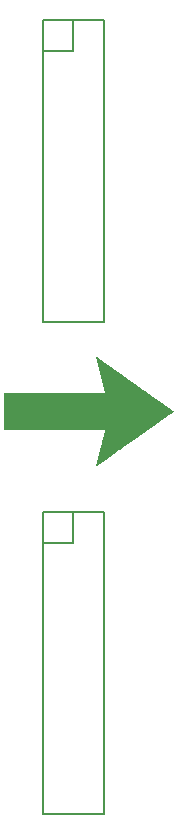
<source format=gbr>
G04 #@! TF.FileFunction,Legend,Bot*
%FSLAX46Y46*%
G04 Gerber Fmt 4.6, Leading zero omitted, Abs format (unit mm)*
G04 Created by KiCad (PCBNEW 4.0.7) date 04/11/18 13:12:21*
%MOMM*%
%LPD*%
G01*
G04 APERTURE LIST*
%ADD10C,0.100000*%
%ADD11C,0.200000*%
%ADD12C,0.010000*%
G04 APERTURE END LIST*
D10*
D11*
X107950000Y-71120000D02*
X107950000Y-68516500D01*
X105346500Y-71120000D02*
X107950000Y-71120000D01*
X110553500Y-68516500D02*
X110553500Y-94043500D01*
X105346500Y-68516500D02*
X110553500Y-68516500D01*
X105346500Y-94043500D02*
X105346500Y-68516500D01*
X110553500Y-94043500D02*
X105346500Y-94043500D01*
X107950000Y-112776000D02*
X107950000Y-110172500D01*
X105346500Y-112776000D02*
X107950000Y-112776000D01*
X105346500Y-135699500D02*
X105346500Y-110172500D01*
X110553500Y-135699500D02*
X105346500Y-135699500D01*
X110553500Y-110172500D02*
X110553500Y-135699500D01*
X105346500Y-110172500D02*
X110553500Y-110172500D01*
D12*
G36*
X109875556Y-106174602D02*
X109881600Y-106170418D01*
X109891387Y-106163584D01*
X109904715Y-106154240D01*
X109921381Y-106142530D01*
X109941184Y-106128596D01*
X109963922Y-106112580D01*
X109989394Y-106094624D01*
X110017397Y-106074871D01*
X110047730Y-106053463D01*
X110080191Y-106030542D01*
X110114578Y-106006250D01*
X110150690Y-105980731D01*
X110188324Y-105954125D01*
X110227279Y-105926576D01*
X110267354Y-105898226D01*
X110267750Y-105897946D01*
X110298428Y-105876239D01*
X110333024Y-105851761D01*
X110371310Y-105824673D01*
X110413057Y-105795137D01*
X110458036Y-105763314D01*
X110506017Y-105729368D01*
X110556773Y-105693459D01*
X110610075Y-105655750D01*
X110665692Y-105616402D01*
X110723398Y-105575578D01*
X110782962Y-105533439D01*
X110844156Y-105490147D01*
X110906751Y-105445864D01*
X110970519Y-105400752D01*
X111035229Y-105354974D01*
X111100655Y-105308689D01*
X111166566Y-105262062D01*
X111232734Y-105215253D01*
X111298930Y-105168425D01*
X111364925Y-105121739D01*
X111430490Y-105075357D01*
X111495397Y-105029442D01*
X111539020Y-104998583D01*
X111652812Y-104918087D01*
X111762555Y-104840455D01*
X111868345Y-104765618D01*
X111970282Y-104693509D01*
X112068461Y-104624057D01*
X112162981Y-104557193D01*
X112253940Y-104492849D01*
X112341434Y-104430956D01*
X112425562Y-104371444D01*
X112506421Y-104314244D01*
X112584109Y-104259288D01*
X112658723Y-104206506D01*
X112730360Y-104155829D01*
X112799120Y-104107189D01*
X112865098Y-104060515D01*
X112928393Y-104015740D01*
X112989103Y-103972794D01*
X113047324Y-103931608D01*
X113103154Y-103892114D01*
X113156692Y-103854241D01*
X113208034Y-103817921D01*
X113257279Y-103783085D01*
X113304523Y-103749664D01*
X113349865Y-103717589D01*
X113393402Y-103686791D01*
X113435231Y-103657201D01*
X113475451Y-103628749D01*
X113514158Y-103601367D01*
X113551451Y-103574986D01*
X113587427Y-103549536D01*
X113622183Y-103524949D01*
X113655817Y-103501155D01*
X113688428Y-103478086D01*
X113720111Y-103455673D01*
X113750966Y-103433846D01*
X113781089Y-103412536D01*
X113810578Y-103391675D01*
X113839531Y-103371193D01*
X113868045Y-103351021D01*
X113896218Y-103331091D01*
X113924148Y-103311332D01*
X113951931Y-103291677D01*
X113979667Y-103272056D01*
X114007451Y-103252401D01*
X114035383Y-103232641D01*
X114063559Y-103212708D01*
X114092077Y-103192534D01*
X114117120Y-103174817D01*
X114163603Y-103141933D01*
X114210190Y-103108976D01*
X114256616Y-103076134D01*
X114302616Y-103043593D01*
X114347924Y-103011542D01*
X114392277Y-102980167D01*
X114435408Y-102949656D01*
X114477054Y-102920197D01*
X114516949Y-102891976D01*
X114554828Y-102865182D01*
X114590427Y-102840001D01*
X114623481Y-102816621D01*
X114653724Y-102795229D01*
X114680892Y-102776013D01*
X114704720Y-102759160D01*
X114724942Y-102744857D01*
X114741296Y-102733292D01*
X114741960Y-102732823D01*
X114759123Y-102720685D01*
X114780137Y-102705822D01*
X114804707Y-102688444D01*
X114832538Y-102668758D01*
X114863334Y-102646975D01*
X114896798Y-102623303D01*
X114932636Y-102597952D01*
X114970553Y-102571130D01*
X115010251Y-102543047D01*
X115051437Y-102513911D01*
X115093814Y-102483932D01*
X115137087Y-102453319D01*
X115180960Y-102422281D01*
X115225138Y-102391027D01*
X115269324Y-102359766D01*
X115309650Y-102331236D01*
X115356686Y-102297959D01*
X115405783Y-102263224D01*
X115456503Y-102227342D01*
X115508408Y-102190621D01*
X115561060Y-102153373D01*
X115614021Y-102115907D01*
X115666853Y-102078534D01*
X115719117Y-102041562D01*
X115770375Y-102005301D01*
X115820190Y-101970063D01*
X115868123Y-101936157D01*
X115913736Y-101903892D01*
X115956591Y-101873578D01*
X115996250Y-101845526D01*
X116032275Y-101820045D01*
X116038020Y-101815982D01*
X116073318Y-101790996D01*
X116107441Y-101766800D01*
X116140164Y-101743557D01*
X116171260Y-101721430D01*
X116200501Y-101700582D01*
X116227660Y-101681176D01*
X116252512Y-101663373D01*
X116274830Y-101647337D01*
X116294386Y-101633231D01*
X116310954Y-101621217D01*
X116324308Y-101611457D01*
X116334220Y-101604115D01*
X116340464Y-101599353D01*
X116342813Y-101597334D01*
X116342820Y-101597281D01*
X116340596Y-101595673D01*
X116334408Y-101591262D01*
X116324439Y-101584178D01*
X116310873Y-101574552D01*
X116293894Y-101562514D01*
X116273686Y-101548194D01*
X116250432Y-101531722D01*
X116224316Y-101513228D01*
X116195523Y-101492842D01*
X116164234Y-101470694D01*
X116130635Y-101446914D01*
X116094909Y-101421632D01*
X116057240Y-101394979D01*
X116017812Y-101367085D01*
X115976807Y-101338079D01*
X115934411Y-101308091D01*
X115890807Y-101277253D01*
X115862100Y-101256952D01*
X115831646Y-101235417D01*
X115801723Y-101214256D01*
X115772221Y-101193394D01*
X115743033Y-101172753D01*
X115714048Y-101152255D01*
X115685159Y-101131825D01*
X115656255Y-101111384D01*
X115627229Y-101090857D01*
X115597971Y-101070164D01*
X115568372Y-101049231D01*
X115538323Y-101027979D01*
X115507716Y-101006332D01*
X115476441Y-100984212D01*
X115444390Y-100961543D01*
X115411453Y-100938247D01*
X115377523Y-100914248D01*
X115342488Y-100889468D01*
X115306242Y-100863830D01*
X115268675Y-100837257D01*
X115229677Y-100809673D01*
X115189141Y-100781000D01*
X115146957Y-100751160D01*
X115103016Y-100720078D01*
X115057209Y-100687676D01*
X115009427Y-100653876D01*
X114959562Y-100618603D01*
X114907505Y-100581778D01*
X114853146Y-100543325D01*
X114796376Y-100503167D01*
X114737088Y-100461226D01*
X114675171Y-100417426D01*
X114610516Y-100371690D01*
X114543016Y-100323940D01*
X114472561Y-100274099D01*
X114399042Y-100222091D01*
X114322350Y-100167838D01*
X114242376Y-100111263D01*
X114159011Y-100052290D01*
X114072147Y-99990841D01*
X113981674Y-99926839D01*
X113887483Y-99860207D01*
X113789467Y-99790868D01*
X113687514Y-99718745D01*
X113587530Y-99648014D01*
X113529475Y-99606945D01*
X113468977Y-99564148D01*
X113406411Y-99519888D01*
X113342156Y-99474433D01*
X113276587Y-99428050D01*
X113210084Y-99381004D01*
X113143021Y-99333564D01*
X113075778Y-99285996D01*
X113008730Y-99238567D01*
X112942256Y-99191543D01*
X112876731Y-99145191D01*
X112812534Y-99099778D01*
X112750042Y-99055571D01*
X112689631Y-99012837D01*
X112631679Y-98971842D01*
X112576563Y-98932854D01*
X112524660Y-98896139D01*
X112476347Y-98861963D01*
X112454690Y-98846643D01*
X112403462Y-98810406D01*
X112350020Y-98772602D01*
X112294776Y-98733523D01*
X112238141Y-98693459D01*
X112180529Y-98652704D01*
X112122351Y-98611548D01*
X112064020Y-98570284D01*
X112005947Y-98529202D01*
X111948545Y-98488594D01*
X111892226Y-98448752D01*
X111837402Y-98409968D01*
X111784485Y-98372532D01*
X111733889Y-98336738D01*
X111686023Y-98302875D01*
X111641302Y-98271236D01*
X111600137Y-98242113D01*
X111583470Y-98230321D01*
X111542160Y-98201095D01*
X111500633Y-98171716D01*
X111459202Y-98142405D01*
X111418177Y-98113382D01*
X111377871Y-98084868D01*
X111338595Y-98057084D01*
X111300662Y-98030250D01*
X111264384Y-98004587D01*
X111230071Y-97980316D01*
X111198038Y-97957657D01*
X111168594Y-97936830D01*
X111142053Y-97918058D01*
X111118725Y-97901559D01*
X111098924Y-97887555D01*
X111083090Y-97876358D01*
X111055850Y-97857096D01*
X111025429Y-97835582D01*
X110992792Y-97812499D01*
X110958905Y-97788529D01*
X110924733Y-97764357D01*
X110891241Y-97740664D01*
X110859394Y-97718133D01*
X110830158Y-97697447D01*
X110822740Y-97692197D01*
X110806473Y-97680687D01*
X110786360Y-97666458D01*
X110762703Y-97649723D01*
X110735803Y-97630695D01*
X110705961Y-97609587D01*
X110673481Y-97586613D01*
X110638662Y-97561987D01*
X110601808Y-97535921D01*
X110563219Y-97508629D01*
X110523198Y-97480324D01*
X110482045Y-97451220D01*
X110440063Y-97421530D01*
X110397553Y-97391468D01*
X110354818Y-97361246D01*
X110312158Y-97331079D01*
X110293150Y-97317638D01*
X110252729Y-97289053D01*
X110213315Y-97261179D01*
X110175116Y-97234161D01*
X110138342Y-97208149D01*
X110103202Y-97183290D01*
X110069905Y-97159733D01*
X110038662Y-97137627D01*
X110009681Y-97117119D01*
X109983172Y-97098357D01*
X109959344Y-97081490D01*
X109938407Y-97066666D01*
X109920570Y-97054033D01*
X109906043Y-97043739D01*
X109895035Y-97035933D01*
X109887755Y-97030763D01*
X109884412Y-97028376D01*
X109884408Y-97028373D01*
X109877578Y-97023513D01*
X109874015Y-97021461D01*
X109872902Y-97022005D01*
X109873420Y-97024932D01*
X109873587Y-97025559D01*
X109874376Y-97028636D01*
X109876350Y-97036390D01*
X109879445Y-97048573D01*
X109883599Y-97064937D01*
X109888749Y-97085234D01*
X109894832Y-97109218D01*
X109901785Y-97136639D01*
X109909545Y-97167250D01*
X109918050Y-97200803D01*
X109927237Y-97237051D01*
X109937043Y-97275746D01*
X109947405Y-97316640D01*
X109958260Y-97359485D01*
X109969546Y-97404033D01*
X109981199Y-97450037D01*
X109989784Y-97483930D01*
X110003479Y-97537999D01*
X110017930Y-97595051D01*
X110032986Y-97654491D01*
X110048495Y-97715721D01*
X110064307Y-97778143D01*
X110080269Y-97841161D01*
X110096231Y-97904178D01*
X110112042Y-97966595D01*
X110127550Y-98027816D01*
X110142603Y-98087244D01*
X110157051Y-98144282D01*
X110170743Y-98198331D01*
X110183526Y-98248796D01*
X110195250Y-98295078D01*
X110197921Y-98305620D01*
X110210381Y-98354809D01*
X110223904Y-98408197D01*
X110238308Y-98465062D01*
X110253409Y-98524678D01*
X110269022Y-98586321D01*
X110284965Y-98649267D01*
X110301055Y-98712792D01*
X110317107Y-98776170D01*
X110332938Y-98838678D01*
X110348366Y-98899592D01*
X110363206Y-98958187D01*
X110377274Y-99013739D01*
X110390388Y-99065522D01*
X110390598Y-99066350D01*
X110403374Y-99116801D01*
X110416903Y-99170221D01*
X110431020Y-99225966D01*
X110445563Y-99283392D01*
X110460368Y-99341853D01*
X110475272Y-99400703D01*
X110490111Y-99459299D01*
X110504722Y-99516994D01*
X110518942Y-99573145D01*
X110532608Y-99627105D01*
X110545556Y-99678231D01*
X110557622Y-99725876D01*
X110568644Y-99769396D01*
X110571108Y-99779125D01*
X110581083Y-99818524D01*
X110590708Y-99856562D01*
X110599908Y-99892949D01*
X110608612Y-99927393D01*
X110616746Y-99959606D01*
X110624237Y-99989296D01*
X110631011Y-100016172D01*
X110636995Y-100039946D01*
X110642117Y-100060326D01*
X110646303Y-100077022D01*
X110649480Y-100089744D01*
X110651574Y-100098202D01*
X110652514Y-100102104D01*
X110652560Y-100102340D01*
X110650033Y-100102395D01*
X110642510Y-100102450D01*
X110630072Y-100102504D01*
X110612803Y-100102558D01*
X110590786Y-100102611D01*
X110564102Y-100102664D01*
X110532836Y-100102715D01*
X110497070Y-100102767D01*
X110456886Y-100102817D01*
X110412369Y-100102867D01*
X110363599Y-100102917D01*
X110310662Y-100102965D01*
X110253638Y-100103013D01*
X110192612Y-100103060D01*
X110127665Y-100103106D01*
X110058882Y-100103151D01*
X109986344Y-100103195D01*
X109910134Y-100103238D01*
X109830336Y-100103281D01*
X109747032Y-100103322D01*
X109660306Y-100103362D01*
X109570239Y-100103401D01*
X109476915Y-100103439D01*
X109380417Y-100103476D01*
X109280827Y-100103512D01*
X109178228Y-100103546D01*
X109072704Y-100103580D01*
X108964337Y-100103612D01*
X108853210Y-100103642D01*
X108739405Y-100103672D01*
X108623007Y-100103700D01*
X108504096Y-100103727D01*
X108382757Y-100103752D01*
X108259073Y-100103776D01*
X108133125Y-100103798D01*
X108004997Y-100103819D01*
X107874772Y-100103838D01*
X107742533Y-100103856D01*
X107608362Y-100103872D01*
X107472342Y-100103887D01*
X107334557Y-100103900D01*
X107195089Y-100103911D01*
X107054020Y-100103920D01*
X106911434Y-100103928D01*
X106767414Y-100103934D01*
X106622043Y-100103938D01*
X106475402Y-100103940D01*
X102095300Y-100103940D01*
X102095300Y-103098600D01*
X110652147Y-103098600D01*
X110624611Y-103207185D01*
X110621812Y-103218228D01*
X110617820Y-103233980D01*
X110612690Y-103254226D01*
X110606477Y-103278751D01*
X110599234Y-103307340D01*
X110591017Y-103339777D01*
X110581880Y-103375848D01*
X110571878Y-103415337D01*
X110561064Y-103458029D01*
X110549494Y-103503709D01*
X110537222Y-103552161D01*
X110524302Y-103603171D01*
X110510790Y-103656524D01*
X110496738Y-103712003D01*
X110482203Y-103769395D01*
X110467239Y-103828483D01*
X110451899Y-103889052D01*
X110436239Y-103950888D01*
X110420313Y-104013775D01*
X110404176Y-104077498D01*
X110391242Y-104128570D01*
X110373212Y-104199769D01*
X110354482Y-104273728D01*
X110335161Y-104350025D01*
X110315353Y-104428239D01*
X110295167Y-104507950D01*
X110274708Y-104588736D01*
X110254084Y-104670176D01*
X110233400Y-104751850D01*
X110212764Y-104833335D01*
X110192283Y-104914210D01*
X110172062Y-104994056D01*
X110152209Y-105072450D01*
X110132829Y-105148971D01*
X110114031Y-105223199D01*
X110095920Y-105294711D01*
X110078604Y-105363088D01*
X110062188Y-105427908D01*
X110046779Y-105488749D01*
X110032485Y-105545192D01*
X110029135Y-105558419D01*
X110015265Y-105613196D01*
X110001729Y-105666675D01*
X109988581Y-105718646D01*
X109975872Y-105768901D01*
X109963655Y-105817232D01*
X109951983Y-105863431D01*
X109940908Y-105907288D01*
X109930483Y-105948597D01*
X109920760Y-105987147D01*
X109911792Y-106022731D01*
X109903632Y-106055140D01*
X109896331Y-106084165D01*
X109889943Y-106109599D01*
X109884520Y-106131233D01*
X109880115Y-106148858D01*
X109876779Y-106162266D01*
X109874567Y-106171249D01*
X109873530Y-106175597D01*
X109873455Y-106175992D01*
X109875556Y-106174602D01*
X109875556Y-106174602D01*
G37*
X109875556Y-106174602D02*
X109881600Y-106170418D01*
X109891387Y-106163584D01*
X109904715Y-106154240D01*
X109921381Y-106142530D01*
X109941184Y-106128596D01*
X109963922Y-106112580D01*
X109989394Y-106094624D01*
X110017397Y-106074871D01*
X110047730Y-106053463D01*
X110080191Y-106030542D01*
X110114578Y-106006250D01*
X110150690Y-105980731D01*
X110188324Y-105954125D01*
X110227279Y-105926576D01*
X110267354Y-105898226D01*
X110267750Y-105897946D01*
X110298428Y-105876239D01*
X110333024Y-105851761D01*
X110371310Y-105824673D01*
X110413057Y-105795137D01*
X110458036Y-105763314D01*
X110506017Y-105729368D01*
X110556773Y-105693459D01*
X110610075Y-105655750D01*
X110665692Y-105616402D01*
X110723398Y-105575578D01*
X110782962Y-105533439D01*
X110844156Y-105490147D01*
X110906751Y-105445864D01*
X110970519Y-105400752D01*
X111035229Y-105354974D01*
X111100655Y-105308689D01*
X111166566Y-105262062D01*
X111232734Y-105215253D01*
X111298930Y-105168425D01*
X111364925Y-105121739D01*
X111430490Y-105075357D01*
X111495397Y-105029442D01*
X111539020Y-104998583D01*
X111652812Y-104918087D01*
X111762555Y-104840455D01*
X111868345Y-104765618D01*
X111970282Y-104693509D01*
X112068461Y-104624057D01*
X112162981Y-104557193D01*
X112253940Y-104492849D01*
X112341434Y-104430956D01*
X112425562Y-104371444D01*
X112506421Y-104314244D01*
X112584109Y-104259288D01*
X112658723Y-104206506D01*
X112730360Y-104155829D01*
X112799120Y-104107189D01*
X112865098Y-104060515D01*
X112928393Y-104015740D01*
X112989103Y-103972794D01*
X113047324Y-103931608D01*
X113103154Y-103892114D01*
X113156692Y-103854241D01*
X113208034Y-103817921D01*
X113257279Y-103783085D01*
X113304523Y-103749664D01*
X113349865Y-103717589D01*
X113393402Y-103686791D01*
X113435231Y-103657201D01*
X113475451Y-103628749D01*
X113514158Y-103601367D01*
X113551451Y-103574986D01*
X113587427Y-103549536D01*
X113622183Y-103524949D01*
X113655817Y-103501155D01*
X113688428Y-103478086D01*
X113720111Y-103455673D01*
X113750966Y-103433846D01*
X113781089Y-103412536D01*
X113810578Y-103391675D01*
X113839531Y-103371193D01*
X113868045Y-103351021D01*
X113896218Y-103331091D01*
X113924148Y-103311332D01*
X113951931Y-103291677D01*
X113979667Y-103272056D01*
X114007451Y-103252401D01*
X114035383Y-103232641D01*
X114063559Y-103212708D01*
X114092077Y-103192534D01*
X114117120Y-103174817D01*
X114163603Y-103141933D01*
X114210190Y-103108976D01*
X114256616Y-103076134D01*
X114302616Y-103043593D01*
X114347924Y-103011542D01*
X114392277Y-102980167D01*
X114435408Y-102949656D01*
X114477054Y-102920197D01*
X114516949Y-102891976D01*
X114554828Y-102865182D01*
X114590427Y-102840001D01*
X114623481Y-102816621D01*
X114653724Y-102795229D01*
X114680892Y-102776013D01*
X114704720Y-102759160D01*
X114724942Y-102744857D01*
X114741296Y-102733292D01*
X114741960Y-102732823D01*
X114759123Y-102720685D01*
X114780137Y-102705822D01*
X114804707Y-102688444D01*
X114832538Y-102668758D01*
X114863334Y-102646975D01*
X114896798Y-102623303D01*
X114932636Y-102597952D01*
X114970553Y-102571130D01*
X115010251Y-102543047D01*
X115051437Y-102513911D01*
X115093814Y-102483932D01*
X115137087Y-102453319D01*
X115180960Y-102422281D01*
X115225138Y-102391027D01*
X115269324Y-102359766D01*
X115309650Y-102331236D01*
X115356686Y-102297959D01*
X115405783Y-102263224D01*
X115456503Y-102227342D01*
X115508408Y-102190621D01*
X115561060Y-102153373D01*
X115614021Y-102115907D01*
X115666853Y-102078534D01*
X115719117Y-102041562D01*
X115770375Y-102005301D01*
X115820190Y-101970063D01*
X115868123Y-101936157D01*
X115913736Y-101903892D01*
X115956591Y-101873578D01*
X115996250Y-101845526D01*
X116032275Y-101820045D01*
X116038020Y-101815982D01*
X116073318Y-101790996D01*
X116107441Y-101766800D01*
X116140164Y-101743557D01*
X116171260Y-101721430D01*
X116200501Y-101700582D01*
X116227660Y-101681176D01*
X116252512Y-101663373D01*
X116274830Y-101647337D01*
X116294386Y-101633231D01*
X116310954Y-101621217D01*
X116324308Y-101611457D01*
X116334220Y-101604115D01*
X116340464Y-101599353D01*
X116342813Y-101597334D01*
X116342820Y-101597281D01*
X116340596Y-101595673D01*
X116334408Y-101591262D01*
X116324439Y-101584178D01*
X116310873Y-101574552D01*
X116293894Y-101562514D01*
X116273686Y-101548194D01*
X116250432Y-101531722D01*
X116224316Y-101513228D01*
X116195523Y-101492842D01*
X116164234Y-101470694D01*
X116130635Y-101446914D01*
X116094909Y-101421632D01*
X116057240Y-101394979D01*
X116017812Y-101367085D01*
X115976807Y-101338079D01*
X115934411Y-101308091D01*
X115890807Y-101277253D01*
X115862100Y-101256952D01*
X115831646Y-101235417D01*
X115801723Y-101214256D01*
X115772221Y-101193394D01*
X115743033Y-101172753D01*
X115714048Y-101152255D01*
X115685159Y-101131825D01*
X115656255Y-101111384D01*
X115627229Y-101090857D01*
X115597971Y-101070164D01*
X115568372Y-101049231D01*
X115538323Y-101027979D01*
X115507716Y-101006332D01*
X115476441Y-100984212D01*
X115444390Y-100961543D01*
X115411453Y-100938247D01*
X115377523Y-100914248D01*
X115342488Y-100889468D01*
X115306242Y-100863830D01*
X115268675Y-100837257D01*
X115229677Y-100809673D01*
X115189141Y-100781000D01*
X115146957Y-100751160D01*
X115103016Y-100720078D01*
X115057209Y-100687676D01*
X115009427Y-100653876D01*
X114959562Y-100618603D01*
X114907505Y-100581778D01*
X114853146Y-100543325D01*
X114796376Y-100503167D01*
X114737088Y-100461226D01*
X114675171Y-100417426D01*
X114610516Y-100371690D01*
X114543016Y-100323940D01*
X114472561Y-100274099D01*
X114399042Y-100222091D01*
X114322350Y-100167838D01*
X114242376Y-100111263D01*
X114159011Y-100052290D01*
X114072147Y-99990841D01*
X113981674Y-99926839D01*
X113887483Y-99860207D01*
X113789467Y-99790868D01*
X113687514Y-99718745D01*
X113587530Y-99648014D01*
X113529475Y-99606945D01*
X113468977Y-99564148D01*
X113406411Y-99519888D01*
X113342156Y-99474433D01*
X113276587Y-99428050D01*
X113210084Y-99381004D01*
X113143021Y-99333564D01*
X113075778Y-99285996D01*
X113008730Y-99238567D01*
X112942256Y-99191543D01*
X112876731Y-99145191D01*
X112812534Y-99099778D01*
X112750042Y-99055571D01*
X112689631Y-99012837D01*
X112631679Y-98971842D01*
X112576563Y-98932854D01*
X112524660Y-98896139D01*
X112476347Y-98861963D01*
X112454690Y-98846643D01*
X112403462Y-98810406D01*
X112350020Y-98772602D01*
X112294776Y-98733523D01*
X112238141Y-98693459D01*
X112180529Y-98652704D01*
X112122351Y-98611548D01*
X112064020Y-98570284D01*
X112005947Y-98529202D01*
X111948545Y-98488594D01*
X111892226Y-98448752D01*
X111837402Y-98409968D01*
X111784485Y-98372532D01*
X111733889Y-98336738D01*
X111686023Y-98302875D01*
X111641302Y-98271236D01*
X111600137Y-98242113D01*
X111583470Y-98230321D01*
X111542160Y-98201095D01*
X111500633Y-98171716D01*
X111459202Y-98142405D01*
X111418177Y-98113382D01*
X111377871Y-98084868D01*
X111338595Y-98057084D01*
X111300662Y-98030250D01*
X111264384Y-98004587D01*
X111230071Y-97980316D01*
X111198038Y-97957657D01*
X111168594Y-97936830D01*
X111142053Y-97918058D01*
X111118725Y-97901559D01*
X111098924Y-97887555D01*
X111083090Y-97876358D01*
X111055850Y-97857096D01*
X111025429Y-97835582D01*
X110992792Y-97812499D01*
X110958905Y-97788529D01*
X110924733Y-97764357D01*
X110891241Y-97740664D01*
X110859394Y-97718133D01*
X110830158Y-97697447D01*
X110822740Y-97692197D01*
X110806473Y-97680687D01*
X110786360Y-97666458D01*
X110762703Y-97649723D01*
X110735803Y-97630695D01*
X110705961Y-97609587D01*
X110673481Y-97586613D01*
X110638662Y-97561987D01*
X110601808Y-97535921D01*
X110563219Y-97508629D01*
X110523198Y-97480324D01*
X110482045Y-97451220D01*
X110440063Y-97421530D01*
X110397553Y-97391468D01*
X110354818Y-97361246D01*
X110312158Y-97331079D01*
X110293150Y-97317638D01*
X110252729Y-97289053D01*
X110213315Y-97261179D01*
X110175116Y-97234161D01*
X110138342Y-97208149D01*
X110103202Y-97183290D01*
X110069905Y-97159733D01*
X110038662Y-97137627D01*
X110009681Y-97117119D01*
X109983172Y-97098357D01*
X109959344Y-97081490D01*
X109938407Y-97066666D01*
X109920570Y-97054033D01*
X109906043Y-97043739D01*
X109895035Y-97035933D01*
X109887755Y-97030763D01*
X109884412Y-97028376D01*
X109884408Y-97028373D01*
X109877578Y-97023513D01*
X109874015Y-97021461D01*
X109872902Y-97022005D01*
X109873420Y-97024932D01*
X109873587Y-97025559D01*
X109874376Y-97028636D01*
X109876350Y-97036390D01*
X109879445Y-97048573D01*
X109883599Y-97064937D01*
X109888749Y-97085234D01*
X109894832Y-97109218D01*
X109901785Y-97136639D01*
X109909545Y-97167250D01*
X109918050Y-97200803D01*
X109927237Y-97237051D01*
X109937043Y-97275746D01*
X109947405Y-97316640D01*
X109958260Y-97359485D01*
X109969546Y-97404033D01*
X109981199Y-97450037D01*
X109989784Y-97483930D01*
X110003479Y-97537999D01*
X110017930Y-97595051D01*
X110032986Y-97654491D01*
X110048495Y-97715721D01*
X110064307Y-97778143D01*
X110080269Y-97841161D01*
X110096231Y-97904178D01*
X110112042Y-97966595D01*
X110127550Y-98027816D01*
X110142603Y-98087244D01*
X110157051Y-98144282D01*
X110170743Y-98198331D01*
X110183526Y-98248796D01*
X110195250Y-98295078D01*
X110197921Y-98305620D01*
X110210381Y-98354809D01*
X110223904Y-98408197D01*
X110238308Y-98465062D01*
X110253409Y-98524678D01*
X110269022Y-98586321D01*
X110284965Y-98649267D01*
X110301055Y-98712792D01*
X110317107Y-98776170D01*
X110332938Y-98838678D01*
X110348366Y-98899592D01*
X110363206Y-98958187D01*
X110377274Y-99013739D01*
X110390388Y-99065522D01*
X110390598Y-99066350D01*
X110403374Y-99116801D01*
X110416903Y-99170221D01*
X110431020Y-99225966D01*
X110445563Y-99283392D01*
X110460368Y-99341853D01*
X110475272Y-99400703D01*
X110490111Y-99459299D01*
X110504722Y-99516994D01*
X110518942Y-99573145D01*
X110532608Y-99627105D01*
X110545556Y-99678231D01*
X110557622Y-99725876D01*
X110568644Y-99769396D01*
X110571108Y-99779125D01*
X110581083Y-99818524D01*
X110590708Y-99856562D01*
X110599908Y-99892949D01*
X110608612Y-99927393D01*
X110616746Y-99959606D01*
X110624237Y-99989296D01*
X110631011Y-100016172D01*
X110636995Y-100039946D01*
X110642117Y-100060326D01*
X110646303Y-100077022D01*
X110649480Y-100089744D01*
X110651574Y-100098202D01*
X110652514Y-100102104D01*
X110652560Y-100102340D01*
X110650033Y-100102395D01*
X110642510Y-100102450D01*
X110630072Y-100102504D01*
X110612803Y-100102558D01*
X110590786Y-100102611D01*
X110564102Y-100102664D01*
X110532836Y-100102715D01*
X110497070Y-100102767D01*
X110456886Y-100102817D01*
X110412369Y-100102867D01*
X110363599Y-100102917D01*
X110310662Y-100102965D01*
X110253638Y-100103013D01*
X110192612Y-100103060D01*
X110127665Y-100103106D01*
X110058882Y-100103151D01*
X109986344Y-100103195D01*
X109910134Y-100103238D01*
X109830336Y-100103281D01*
X109747032Y-100103322D01*
X109660306Y-100103362D01*
X109570239Y-100103401D01*
X109476915Y-100103439D01*
X109380417Y-100103476D01*
X109280827Y-100103512D01*
X109178228Y-100103546D01*
X109072704Y-100103580D01*
X108964337Y-100103612D01*
X108853210Y-100103642D01*
X108739405Y-100103672D01*
X108623007Y-100103700D01*
X108504096Y-100103727D01*
X108382757Y-100103752D01*
X108259073Y-100103776D01*
X108133125Y-100103798D01*
X108004997Y-100103819D01*
X107874772Y-100103838D01*
X107742533Y-100103856D01*
X107608362Y-100103872D01*
X107472342Y-100103887D01*
X107334557Y-100103900D01*
X107195089Y-100103911D01*
X107054020Y-100103920D01*
X106911434Y-100103928D01*
X106767414Y-100103934D01*
X106622043Y-100103938D01*
X106475402Y-100103940D01*
X102095300Y-100103940D01*
X102095300Y-103098600D01*
X110652147Y-103098600D01*
X110624611Y-103207185D01*
X110621812Y-103218228D01*
X110617820Y-103233980D01*
X110612690Y-103254226D01*
X110606477Y-103278751D01*
X110599234Y-103307340D01*
X110591017Y-103339777D01*
X110581880Y-103375848D01*
X110571878Y-103415337D01*
X110561064Y-103458029D01*
X110549494Y-103503709D01*
X110537222Y-103552161D01*
X110524302Y-103603171D01*
X110510790Y-103656524D01*
X110496738Y-103712003D01*
X110482203Y-103769395D01*
X110467239Y-103828483D01*
X110451899Y-103889052D01*
X110436239Y-103950888D01*
X110420313Y-104013775D01*
X110404176Y-104077498D01*
X110391242Y-104128570D01*
X110373212Y-104199769D01*
X110354482Y-104273728D01*
X110335161Y-104350025D01*
X110315353Y-104428239D01*
X110295167Y-104507950D01*
X110274708Y-104588736D01*
X110254084Y-104670176D01*
X110233400Y-104751850D01*
X110212764Y-104833335D01*
X110192283Y-104914210D01*
X110172062Y-104994056D01*
X110152209Y-105072450D01*
X110132829Y-105148971D01*
X110114031Y-105223199D01*
X110095920Y-105294711D01*
X110078604Y-105363088D01*
X110062188Y-105427908D01*
X110046779Y-105488749D01*
X110032485Y-105545192D01*
X110029135Y-105558419D01*
X110015265Y-105613196D01*
X110001729Y-105666675D01*
X109988581Y-105718646D01*
X109975872Y-105768901D01*
X109963655Y-105817232D01*
X109951983Y-105863431D01*
X109940908Y-105907288D01*
X109930483Y-105948597D01*
X109920760Y-105987147D01*
X109911792Y-106022731D01*
X109903632Y-106055140D01*
X109896331Y-106084165D01*
X109889943Y-106109599D01*
X109884520Y-106131233D01*
X109880115Y-106148858D01*
X109876779Y-106162266D01*
X109874567Y-106171249D01*
X109873530Y-106175597D01*
X109873455Y-106175992D01*
X109875556Y-106174602D01*
M02*

</source>
